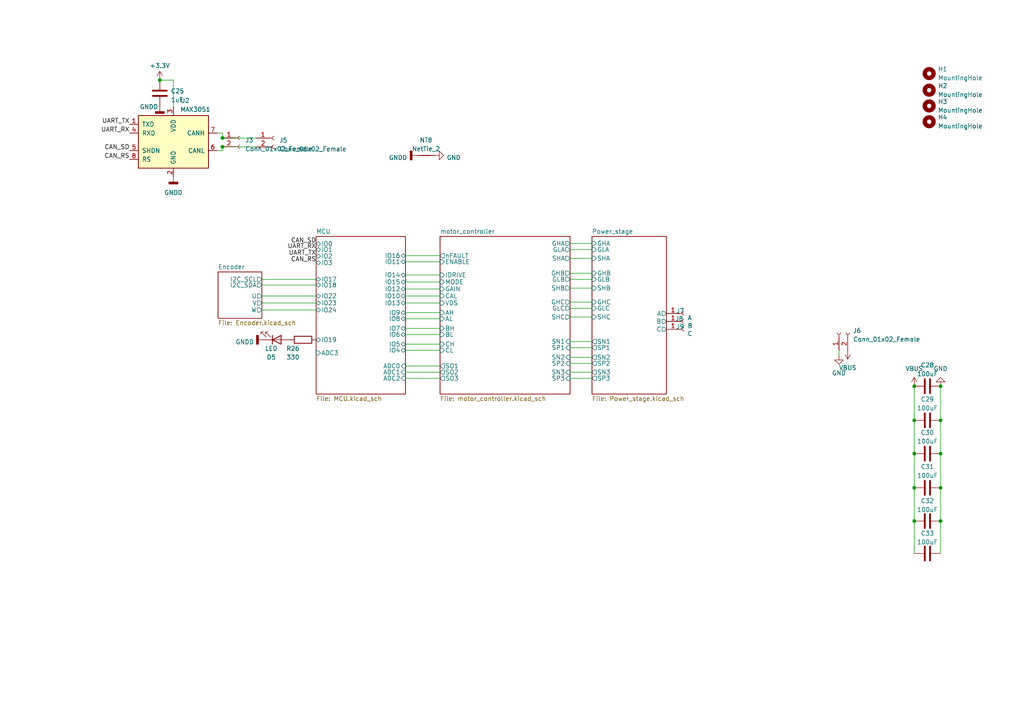
<source format=kicad_sch>
(kicad_sch (version 20230121) (generator eeschema)
  (paper "A4")
  (lib_symbols
    (symbol "Connector:Conn_01x01_Female" (pin_names (offset 1.016) hide)
      (property "Reference" "J" (at 0 2.54 0))
      (property "Value" "Conn_01x01_Female" (at 0 -2.54 0))
      (symbol "Conn_01x01_Female_1_1"
        (polyline (pts (xy -1.27 0) (xy -0.508 0)) (stroke (width 0.1524)))
        (arc (start 0 0.508) (mid -0.5058 0) (end 0 -0.508) (stroke (width 0.1524)))
        (pin passive line (at -5.08 0 0) (length 3.81) (name "Pin_1") (number "1"))
      )
    )
    (symbol "Connector:Conn_01x02_Female" (pin_names (offset 1.016) hide)
      (property "Reference" "J" (at 0 2.54 0))
      (property "Value" "Conn_01x02_Female" (at 0 -5.08 0))
      (symbol "Conn_01x02_Female_1_1"
        (arc (start 0 -2.032) (mid -0.5058 -2.54) (end 0 -3.048) (stroke (width 0.1524)))
        (polyline (pts (xy -1.27 -2.54) (xy -0.508 -2.54)) (stroke (width 0.1524)))
        (polyline (pts (xy -1.27 0) (xy -0.508 0)) (stroke (width 0.1524)))
        (arc (start 0 0.508) (mid -0.5058 0) (end 0 -0.508) (stroke (width 0.1524)))
        (pin passive line (at -5.08 0 0) (length 3.81) (name "Pin_1") (number "1"))
        (pin passive line (at -5.08 -2.54 0) (length 3.81) (name "Pin_2") (number "2"))
      )
    )
    (symbol "Device:C" (pin_numbers hide) (pin_names (offset 0.254))
      (property "Reference" "C" (at 0.635 2.54 0))
      (property "Value" "C" (at 0.635 -2.54 0))
      (symbol "C_0_1"
        (polyline (pts (xy -2.032 -0.762) (xy 2.032 -0.762)) (stroke (width 0.508)))
        (polyline (pts (xy -2.032 0.762) (xy 2.032 0.762)) (stroke (width 0.508)))
      )
      (symbol "C_1_1"
        (pin passive line (at 0 3.81 270) (length 2.794) (name "~") (number "1"))
        (pin passive line (at 0 -3.81 90) (length 2.794) (name "~") (number "2"))
      )
    )
    (symbol "Device:LED" (pin_numbers hide) (pin_names (offset 1.016) hide)
      (property "Reference" "D" (at 0 2.54 0))
      (property "Value" "LED" (at 0 -2.54 0))
      (symbol "LED_0_1"
        (polyline (pts (xy -1.27 -1.27) (xy -1.27 1.27)) (stroke (width 0.254)))
        (polyline (pts (xy -1.27 0) (xy 1.27 0)))
        (polyline (pts (xy 1.27 -1.27) (xy 1.27 1.27) (xy -1.27 0) (xy 1.27 -1.27)) (stroke (width 0.254)))
        (polyline (pts (xy -3.048 -0.762) (xy -4.572 -2.286) (xy -3.81 -2.286) (xy -4.572 -2.286) (xy -4.572 -1.524)))
        (polyline (pts (xy -1.778 -0.762) (xy -3.302 -2.286) (xy -2.54 -2.286) (xy -3.302 -2.286) (xy -3.302 -1.524)))
      )
      (symbol "LED_1_1"
        (pin passive line (at -3.81 0 0) (length 2.54) (name "K") (number "1"))
        (pin passive line (at 3.81 0 180) (length 2.54) (name "A") (number "2"))
      )
    )
    (symbol "Device:NetTie_2" (pin_numbers hide) (pin_names (offset 0) hide) (in_bom no)
      (property "Reference" "NT" (at 0 1.27 0))
      (property "Value" "NetTie_2" (at 0 -1.27 0))
      (symbol "NetTie_2_0_1"
        (polyline (pts (xy -1.27 0) (xy 1.27 0)) (stroke (width 0.254)))
      )
      (symbol "NetTie_2_1_1"
        (pin passive line (at -2.54 0 0) (length 2.54) (name "1") (number "1"))
        (pin passive line (at 2.54 0 180) (length 2.54) (name "2") (number "2"))
      )
    )
    (symbol "Device:R" (pin_numbers hide) (pin_names (offset 0))
      (property "Reference" "R" (at 2.032 0 90))
      (property "Value" "R" (at 0 0 90))
      (symbol "R_0_1"
        (rectangle (start -1.016 -2.54) (end 1.016 2.54) (stroke (width 0.254)))
      )
      (symbol "R_1_1"
        (pin passive line (at 0 3.81 270) (length 1.27) (name "~") (number "1"))
        (pin passive line (at 0 -3.81 90) (length 1.27) (name "~") (number "2"))
      )
    )
    (symbol "GND_1" (power) (pin_names (offset 0))
      (property "Value" "GND_1" (at 0 -3.81 0))
      (symbol "GND_1_0_1"
        (polyline (pts (xy 0 0) (xy 0 -1.27) (xy 1.27 -1.27) (xy 0 -2.54) (xy -1.27 -1.27) (xy 0 -1.27)))
      )
      (symbol "GND_1_1_1"
        (pin power_in line (at 0 0 270) (length 0) hide (name "GND") (number "1"))
      )
    )
    (symbol "Interface_UART:MAX3051" (pin_names (offset 1.016))
      (property "Reference" "U" (at -10.16 8.89 0))
      (property "Value" "MAX3051" (at 2.54 8.89 0))
      (symbol "MAX3051_0_1"
        (rectangle (start -10.16 7.62) (end 10.16 -7.62) (stroke (width 0.254)) (fill (type background)))
      )
      (symbol "MAX3051_1_1"
        (pin input line (at -12.7 5.08 0) (length 2.54) (name "TXD") (number "1"))
        (pin power_in line (at 0 -10.16 90) (length 2.54) (name "GND") (number "2"))
        (pin power_in line (at 0 10.16 270) (length 2.54) (name "VDD") (number "3"))
        (pin output line (at -12.7 2.54 0) (length 2.54) (name "RXD") (number "4"))
        (pin input line (at -12.7 -2.54 0) (length 2.54) (name "SHDN") (number "5"))
        (pin bidirectional line (at 12.7 -2.54 180) (length 2.54) (name "CANL") (number "6"))
        (pin bidirectional line (at 12.7 2.54 180) (length 2.54) (name "CANH") (number "7"))
        (pin input line (at -12.7 -5.08 0) (length 2.54) (name "RS") (number "8"))
      )
    )
    (symbol "Mechanical:MountingHole" (pin_names (offset 1.016))
      (property "Reference" "H" (at 0 5.08 0))
      (property "Value" "MountingHole" (at 0 3.175 0))
      (symbol "MountingHole_0_1"
        (circle (center 0 0) (radius 1.27) (stroke (width 1.27)))
      )
    )
    (symbol "power:+3.3V" (power) (pin_names (offset 0))
      (property "Value" "+3.3V" (at 0 3.556 0))
      (symbol "+3.3V_0_1"
        (polyline (pts (xy -0.762 1.27) (xy 0 2.54)))
        (polyline (pts (xy 0 0) (xy 0 2.54)))
        (polyline (pts (xy 0 2.54) (xy 0.762 1.27)))
      )
      (symbol "+3.3V_1_1"
        (pin power_in line (at 0 0 90) (length 0) hide (name "+3.3V") (number "1"))
      )
    )
    (symbol "power:GND" (power) (pin_names (offset 0))
      (property "Value" "GND" (at 0 -3.81 0))
      (symbol "GND_0_1"
        (polyline (pts (xy 0 0) (xy 0 -1.27) (xy 1.27 -1.27) (xy 0 -2.54) (xy -1.27 -1.27) (xy 0 -1.27)))
      )
      (symbol "GND_1_1"
        (pin power_in line (at 0 0 270) (length 0) hide (name "GND") (number "1"))
      )
    )
    (symbol "power:GNDD" (power) (pin_names (offset 0))
      (property "Value" "GNDD" (at 0 -3.175 0))
      (symbol "GNDD_0_1"
        (rectangle (start -1.27 -1.524) (end 1.27 -2.032) (stroke (width 0.254)) (fill (type outline)))
        (polyline (pts (xy 0 0) (xy 0 -1.524)))
      )
      (symbol "GNDD_1_1"
        (pin power_in line (at 0 0 270) (length 0) hide (name "GNDD") (number "1"))
      )
    )
    (symbol "power:VBUS" (power) (pin_names (offset 0))
      (property "Value" "VBUS" (at 0 3.81 0))
      (symbol "VBUS_0_1"
        (polyline (pts (xy -0.762 1.27) (xy 0 2.54)))
        (polyline (pts (xy 0 0) (xy 0 2.54)))
        (polyline (pts (xy 0 2.54) (xy 0.762 1.27)))
      )
      (symbol "VBUS_1_1"
        (pin power_in line (at 0 0 90) (length 0) hide (name "VBUS") (number "1"))
      )
    )
  )
  (junction (at 272.796 151.13))
  (junction (at 265.176 112.014))
  (junction (at 272.796 112.014))
  (junction (at 64.516 40.005))
  (junction (at 265.176 131.572))
  (junction (at 46.355 23.241))
  (junction (at 265.176 121.92))
  (junction (at 272.796 121.92))
  (junction (at 272.796 141.478))
  (junction (at 64.516 42.5958))
  (junction (at 265.176 151.13))
  (junction (at 272.796 131.572))
  (junction (at 265.176 141.478))
  (wire (pts (xy 165.354 72.39) (xy 171.704 72.39)))
  (wire (pts (xy 165.354 74.93) (xy 171.704 74.93)))
  (wire (pts (xy 243.332 101.6) (xy 243.332 103.124)))
  (wire (pts (xy 165.354 103.632) (xy 171.704 103.632)))
  (wire (pts (xy 272.796 141.478) (xy 272.796 151.13)))
  (wire (pts (xy 265.176 131.572) (xy 265.176 141.478)))
  (wire (pts (xy 165.354 109.728) (xy 171.704 109.728)))
  (wire (pts (xy 272.796 131.572) (xy 272.796 141.478)))
  (wire (pts (xy 75.946 89.916) (xy 91.694 89.916)))
  (wire (pts (xy 165.354 107.95) (xy 171.704 107.95)))
  (wire (pts (xy 165.354 89.408) (xy 171.704 89.408)))
  (wire (pts (xy 265.176 151.13) (xy 265.176 160.528)))
  (wire (pts (xy 64.516 38.608) (xy 64.516 40.005)))
  (wire (pts (xy 117.602 83.82) (xy 127.635 83.82)))
  (wire (pts (xy 64.516 42.5958) (xy 74.3966 42.5958)))
  (wire (pts (xy 117.602 97.028) (xy 127.635 97.028)))
  (wire (pts (xy 165.354 79.248) (xy 171.704 79.248)))
  (wire (pts (xy 117.602 99.822) (xy 127.635 99.822)))
  (wire (pts (xy 117.602 87.884) (xy 127.635 87.884)))
  (wire (pts (xy 74.3966 40.0558) (xy 64.516 40.0558)))
  (wire (pts (xy 165.354 83.566) (xy 171.704 83.566)))
  (wire (pts (xy 117.602 92.456) (xy 127.635 92.456)))
  (wire (pts (xy 165.354 91.948) (xy 171.704 91.948)))
  (wire (pts (xy 117.602 74.168) (xy 127.635 74.168)))
  (wire (pts (xy 64.516 40.005) (xy 64.516 40.0558)))
  (wire (pts (xy 272.796 112.014) (xy 272.796 121.92)))
  (wire (pts (xy 64.516 42.5958) (xy 64.516 43.688)))
  (wire (pts (xy 75.946 82.677) (xy 91.694 82.677)))
  (wire (pts (xy 165.354 100.838) (xy 171.704 100.838)))
  (wire (pts (xy 117.602 101.6) (xy 127.635 101.6)))
  (wire (pts (xy 117.602 90.678) (xy 127.635 90.678)))
  (wire (pts (xy 265.176 121.92) (xy 265.176 131.572)))
  (wire (pts (xy 117.602 109.728) (xy 127.635 109.728)))
  (wire (pts (xy 62.992 38.608) (xy 64.516 38.608)))
  (wire (pts (xy 165.354 81.026) (xy 171.704 81.026)))
  (wire (pts (xy 117.602 85.852) (xy 127.635 85.852)))
  (wire (pts (xy 272.796 121.92) (xy 272.796 131.572)))
  (wire (pts (xy 165.354 99.06) (xy 171.704 99.06)))
  (wire (pts (xy 165.354 105.41) (xy 171.704 105.41)))
  (wire (pts (xy 117.602 79.756) (xy 127.635 79.756)))
  (wire (pts (xy 75.946 85.852) (xy 91.694 85.852)))
  (wire (pts (xy 165.354 70.612) (xy 171.704 70.612)))
  (wire (pts (xy 265.176 141.478) (xy 265.176 151.13)))
  (wire (pts (xy 117.602 75.946) (xy 127.635 75.946)))
  (wire (pts (xy 117.602 81.788) (xy 127.635 81.788)))
  (wire (pts (xy 75.946 81.026) (xy 91.694 81.026)))
  (wire (pts (xy 75.946 87.884) (xy 91.694 87.884)))
  (wire (pts (xy 165.354 87.63) (xy 171.704 87.63)))
  (wire (pts (xy 64.516 42.545) (xy 64.516 42.5958)))
  (wire (pts (xy 50.292 23.241) (xy 50.292 30.988)))
  (wire (pts (xy 46.355 23.241) (xy 50.292 23.241)))
  (wire (pts (xy 117.602 95.25) (xy 127.635 95.25)))
  (wire (pts (xy 272.796 151.13) (xy 272.796 160.528)))
  (wire (pts (xy 265.176 112.014) (xy 265.176 121.92)))
  (wire (pts (xy 62.992 43.688) (xy 64.516 43.688)))
  (wire (pts (xy 117.602 107.95) (xy 127.635 107.95)))
  (wire (pts (xy 117.602 106.172) (xy 127.635 106.172)))
  (label "UART_RX" (at 91.694 72.39 180))
  (label "UART_RX" (at 37.592 38.608 180))
  (label "CAN_SD" (at 91.694 70.739 180))
  (label "UART_TX" (at 37.592 36.068 180))
  (label "CAN_RS" (at 91.694 76.2 180))
  (label "CAN_RS" (at 37.592 46.228 180))
  (label "CAN_SD" (at 37.592 43.688 180))
  (label "UART_TX" (at 91.694 74.295 180))
  (symbol (lib_id "Mechanical:MountingHole") (at 269.494 26.162 0) (unit 1) (in_bom no)
    (property "Reference" "H2" (at 272.034 24.8919 0) (effects (justify left)))
    (property "Value" "MountingHole" (at 272.034 27.4319 0) (effects (justify left)))
    (property "Footprint" "MountingHole:MountingHole_3.2mm_M3" (effects hide))
  )
  (symbol (lib_id "power:VBUS") (at 245.872 101.6 180) (unit 1)
    (property "Reference" "#PWR0101" (effects hide))
    (property "Value" "VBUS" (at 245.872 106.68 0))
  )
  (symbol (lib_id "Connector:Conn_01x01_Female") (at 198.374 90.932 0) (unit 1) (in_bom no)
    (property "Reference" "J7" (at 196.088 90.17 0) (effects (justify left)))
    (property "Value" "A" (at 199.39 92.2019 0) (effects (justify left)))
    (property "Footprint" "Connector_Wire:SolderWirePad_1x01_SMD_5x10mm" (effects hide))
  )
  (symbol (lib_id "Connector:Conn_01x02_Female") (at 79.4766 40.0558 0) (unit 1)
    (property "Reference" "J5" (at 81.0006 40.6908 0) (effects (justify left)))
    (property "Value" "Conn_01x02_Female" (at 81.0006 43.2308 0) (effects (justify left)))
    (property "Footprint" "Connector_Molex:Molex_CLIK-Mate_502443-0270_1x02-1MP_P2.00mm_Vertical" (effects hide))
  )
  (symbol (lib_id "Device:C") (at 268.986 112.014 90) (unit 1)
    (property "Reference" "C28" (at 268.986 105.918 90))
    (property "Value" "100uF" (at 268.986 108.458 90))
    (property "Footprint" "Capacitor_SMD:C_1206_3216Metric" (effects hide))
  )
  (symbol (lib_id "Device:LED") (at 80.264 98.552 0) (mirror x) (unit 1)
    (property "Reference" "D5" (at 78.6765 103.632 0))
    (property "Value" "LED" (at 78.6765 101.092 0))
    (property "Footprint" "LED_SMD:LED_0603_1608Metric" (effects hide))
  )
  (symbol (lib_id "Device:C") (at 268.986 131.572 90) (unit 1)
    (property "Reference" "C30" (at 268.986 125.476 90))
    (property "Value" "100uF" (at 268.986 128.016 90))
    (property "Footprint" "Capacitor_SMD:C_1206_3216Metric" (effects hide))
  )
  (symbol (lib_id "power:GNDD") (at 50.292 51.308 0) (unit 1)
    (property "Reference" "#PWR030" (effects hide))
    (property "Value" "GNDD" (at 50.292 55.88 0))
  )
  (symbol (lib_id "power:GND") (at 272.796 112.014 180) (unit 1)
    (property "Reference" "#PWR077" (effects hide))
    (property "Value" "GND" (at 272.796 106.934 0))
  )
  (symbol (lib_id "Mechanical:MountingHole") (at 269.494 30.734 0) (unit 1) (in_bom no)
    (property "Reference" "H3" (at 272.034 29.4639 0) (effects (justify left)))
    (property "Value" "MountingHole" (at 272.034 32.0039 0) (effects (justify left)))
    (property "Footprint" "MountingHole:MountingHole_3.2mm_M3" (effects hide))
  )
  (symbol (lib_id "Interface_UART:MAX3051") (at 50.292 41.148 0) (unit 1)
    (property "Reference" "U2" (at 52.2479 29.21 0) (effects (justify left)))
    (property "Value" "MAX3051" (at 52.2479 31.75 0) (effects (justify left)))
    (property "Footprint" "Package_SO:SOIC-8_3.9x4.9mm_P1.27mm" (effects hide))
    (property "Datasheet" "http://datasheets.maximintegrated.com/en/ds/MAX3051.pdf" (effects hide))
  )
  (symbol (lib_name "GND_1") (lib_id "power:GND") (at 126.111 45.085 90) (unit 1)
    (property "Reference" "#PWR015" (effects hide))
    (property "Value" "GND" (at 129.54 45.72 90) (effects (justify right)))
  )
  (symbol (lib_id "power:GNDD") (at 121.031 45.085 270) (unit 1)
    (property "Reference" "#PWR012" (effects hide))
    (property "Value" "GNDD" (at 118.11 45.72 90) (effects (justify right)))
  )
  (symbol (lib_id "Device:C") (at 268.986 151.13 90) (unit 1)
    (property "Reference" "C32" (at 268.986 145.288 90))
    (property "Value" "100uF" (at 268.986 147.828 90))
    (property "Footprint" "Capacitor_SMD:C_1206_3216Metric" (effects hide))
  )
  (symbol (lib_id "Device:R") (at 87.884 98.552 90) (unit 1)
    (property "Reference" "R26" (at 84.963 101.092 90))
    (property "Value" "330" (at 84.963 103.632 90))
    (property "Footprint" "Resistor_SMD:R_0402_1005Metric" (effects hide))
  )
  (symbol (lib_id "Device:C") (at 268.986 121.92 90) (unit 1)
    (property "Reference" "C29" (at 268.986 115.824 90))
    (property "Value" "100uF" (at 268.986 118.364 90))
    (property "Footprint" "Capacitor_SMD:C_1206_3216Metric" (effects hide))
  )
  (symbol (lib_id "Device:NetTie_2") (at 123.571 45.085 0) (unit 1) (in_bom no)
    (property "Reference" "NT8" (at 123.571 40.64 0))
    (property "Value" "NetTie_2" (at 123.571 43.18 0))
    (property "Footprint" "NetTie:NetTie-2_SMD_Pad2.0mm" (effects hide))
  )
  (symbol (lib_id "Connector:Conn_01x02_Female") (at 69.596 40.005 0) (unit 1)
    (property "Reference" "J3" (at 71.12 40.64 0) (effects (justify left)))
    (property "Value" "Conn_01x02_Female" (at 71.12 43.18 0) (effects (justify left)))
    (property "Footprint" "Connector_Molex:Molex_CLIK-Mate_502443-0270_1x02-1MP_P2.00mm_Vertical" (effects hide))
  )
  (symbol (lib_id "Connector:Conn_01x01_Female") (at 198.374 95.504 0) (unit 1) (in_bom no)
    (property "Reference" "J9" (at 196.088 94.742 0) (effects (justify left)))
    (property "Value" "C" (at 199.39 96.7739 0) (effects (justify left)))
    (property "Footprint" "Connector_Wire:SolderWirePad_1x01_SMD_5x10mm" (effects hide))
  )
  (symbol (lib_id "power:GNDD") (at 46.355 30.861 0) (unit 1)
    (property "Reference" "#PWR032" (effects hide))
    (property "Value" "GNDD" (at 43.18 30.988 0))
  )
  (symbol (lib_id "Connector:Conn_01x02_Female") (at 243.332 96.52 90) (unit 1)
    (property "Reference" "J6" (at 247.396 95.8849 90) (effects (justify right)))
    (property "Value" "Conn_01x02_Female" (at 247.396 98.4249 90) (effects (justify right)))
    (property "Footprint" "Connector_AMASS:AMASS_XT30U-F_1x02_P5.0mm_Vertical" (effects hide))
  )
  (symbol (lib_id "Mechanical:MountingHole") (at 269.494 21.336 0) (unit 1) (in_bom no)
    (property "Reference" "H1" (at 272.034 20.0659 0) (effects (justify left)))
    (property "Value" "MountingHole" (at 272.034 22.6059 0) (effects (justify left)))
    (property "Footprint" "MountingHole:MountingHole_3.2mm_M3" (effects hide))
  )
  (symbol (lib_id "Device:C") (at 268.986 160.528 90) (unit 1)
    (property "Reference" "C33" (at 268.986 154.686 90))
    (property "Value" "100uF" (at 268.986 157.226 90))
    (property "Footprint" "Capacitor_SMD:C_1206_3216Metric" (effects hide))
  )
  (symbol (lib_id "power:+3.3V") (at 46.355 23.241 0) (unit 1)
    (property "Reference" "#PWR038" (effects hide))
    (property "Value" "+3.3V" (at 46.355 19.05 0))
  )
  (symbol (lib_id "Device:C") (at 268.986 141.478 90) (unit 1)
    (property "Reference" "C31" (at 268.986 135.382 90))
    (property "Value" "100uF" (at 268.986 137.922 90))
    (property "Footprint" "Capacitor_SMD:C_1206_3216Metric" (effects hide))
  )
  (symbol (lib_id "Mechanical:MountingHole") (at 269.494 35.306 0) (unit 1) (in_bom no)
    (property "Reference" "H4" (at 272.034 34.0359 0) (effects (justify left)))
    (property "Value" "MountingHole" (at 272.034 36.5759 0) (effects (justify left)))
    (property "Footprint" "MountingHole:MountingHole_3.2mm_M3" (effects hide))
  )
  (symbol (lib_id "Connector:Conn_01x01_Female") (at 198.374 93.218 0) (unit 1) (in_bom no)
    (property "Reference" "J8" (at 195.834 92.456 0) (effects (justify left)))
    (property "Value" "B" (at 199.39 94.4879 0) (effects (justify left)))
    (property "Footprint" "Connector_Wire:SolderWirePad_1x01_SMD_5x10mm" (effects hide))
  )
  (symbol (lib_id "power:GNDD") (at 76.454 98.552 270) (unit 1)
    (property "Reference" "#PWR025" (effects hide))
    (property "Value" "GNDD" (at 73.66 99.187 90) (effects (justify right)))
  )
  (symbol (lib_id "power:VBUS") (at 265.176 112.014 0) (unit 1)
    (property "Reference" "#PWR079" (effects hide))
    (property "Value" "VBUS" (at 265.176 106.934 0))
  )
  (symbol (lib_id "power:GND") (at 243.332 103.124 0) (unit 1)
    (property "Reference" "#PWR0102" (effects hide))
    (property "Value" "GND" (at 243.332 108.204 0))
  )
  (symbol (lib_id "Device:C") (at 46.355 27.051 0) (unit 1)
    (property "Reference" "C25" (at 49.53 26.416 0) (effects (justify left)))
    (property "Value" "1uF" (at 49.53 28.956 0) (effects (justify left)))
    (property "Footprint" "Capacitor_SMD:C_0402_1005Metric" (effects hide))
  )
  (sheet (at 91.694 68.58) (size 25.908 45.72) (stroke (width 0.1524))
    (property "Sheetname" "MCU" (at 91.694 67.8684 0) (effects (justify left bottom)))
    (property "Sheetfile" "MCU.kicad_sch" (at 91.694 114.8846 0) (effects (justify left top)))
    (pin "IO14" bidirectional (at 117.602 79.756 0))
    (pin "IO12" bidirectional (at 117.602 83.82 0))
    (pin "IO13" bidirectional (at 117.602 87.884 0))
    (pin "IO15" bidirectional (at 117.602 81.788 0))
    (pin "IO22" bidirectional (at 91.694 85.852 180))
    (pin "IO23" bidirectional (at 91.694 87.884 180))
    (pin "IO11" bidirectional (at 117.602 75.946 0))
    (pin "IO8" bidirectional (at 117.602 92.456 0))
    (pin "IO9" bidirectional (at 117.602 90.678 0))
    (pin "IO10" bidirectional (at 117.602 85.852 0))
    (pin "ADC2" input (at 117.602 109.728 0))
    (pin "ADC3" input (at 91.694 102.362 180))
    (pin "IO6" bidirectional (at 117.602 97.028 0))
    (pin "IO4" bidirectional (at 117.602 101.6 0))
    (pin "IO7" bidirectional (at 117.602 95.25 0))
    (pin "IO3" bidirectional (at 91.694 76.2 180))
    (pin "IO1" bidirectional (at 91.694 72.39 180))
    (pin "IO2" bidirectional (at 91.694 74.295 180))
    (pin "IO0" bidirectional (at 91.694 70.739 180))
    (pin "IO16" bidirectional (at 117.602 74.168 0))
    (pin "IO17" bidirectional (at 91.694 81.026 180))
    (pin "ADC1" input (at 117.602 107.95 0))
    (pin "IO18" bidirectional (at 91.694 82.677 180))
    (pin "IO19" bidirectional (at 91.694 98.552 180))
    (pin "IO24" bidirectional (at 91.694 89.916 180))
    (pin "ADC0" input (at 117.602 106.172 0))
    (pin "IO5" bidirectional (at 117.602 99.822 0))
  )
  (sheet (at 63.246 78.867) (size 12.7 13.462) (stroke (width 0.1524))
    (property "Sheetname" "Encoder" (at 63.246 78.1554 0) (effects (justify left bottom)))
    (property "Sheetfile" "Encoder.kicad_sch" (at 63.246 92.9136 0) (effects (justify left top)))
    (pin "I2C_SCL" output (at 75.946 81.026 0))
    (pin "I2C_SDA" output (at 75.946 82.677 0))
    (pin "U" output (at 75.946 85.852 0))
    (pin "V" output (at 75.946 87.884 0))
    (pin "W" output (at 75.946 89.916 0))
  )
  (sheet (at 127.635 68.58) (size 37.719 45.72) (stroke (width 0.1524))
    (property "Sheetname" "motor_controller" (at 127.635 67.8684 0) (effects (justify left bottom)))
    (property "Sheetfile" "motor_controller.kicad_sch" (at 127.635 114.8846 0) (effects (justify left top)))
    (pin "nFAULT" output (at 127.635 74.168 180))
    (pin "SO2" output (at 127.635 107.95 180))
    (pin "SO1" output (at 127.635 106.172 180))
    (pin "AH" input (at 127.635 90.678 180))
    (pin "AL" input (at 127.635 92.456 180))
    (pin "BH" input (at 127.635 95.25 180))
    (pin "BL" input (at 127.635 97.028 180))
    (pin "CH" input (at 127.635 99.822 180))
    (pin "CL" input (at 127.635 101.6 180))
    (pin "ENABLE" input (at 127.635 75.946 180))
    (pin "SO3" output (at 127.635 109.728 180))
    (pin "SHB" output (at 165.354 83.566 0))
    (pin "SN3" input (at 165.354 107.95 0))
    (pin "GHB" output (at 165.354 79.248 0))
    (pin "GHC" output (at 165.354 87.63 0))
    (pin "GLC" output (at 165.354 89.408 0))
    (pin "SHC" output (at 165.354 91.948 0))
    (pin "SP3" input (at 165.354 109.728 0))
    (pin "GHA" output (at 165.354 70.612 0))
    (pin "SHA" output (at 165.354 74.93 0))
    (pin "GLA" output (at 165.354 72.39 0))
    (pin "SN1" input (at 165.354 99.06 0))
    (pin "SP1" input (at 165.354 100.838 0))
    (pin "SN2" input (at 165.354 103.632 0))
    (pin "SP2" input (at 165.354 105.41 0))
    (pin "GLB" output (at 165.354 81.026 0))
    (pin "IDRIVE" input (at 127.635 79.756 180))
    (pin "MODE" input (at 127.635 81.788 180))
    (pin "GAIN" input (at 127.635 83.82 180))
    (pin "CAL" input (at 127.635 85.852 180))
    (pin "VDS" input (at 127.635 87.884 180))
  )
  (sheet (at 171.704 68.58) (size 21.59 45.72) (stroke (width 0.1524))
    (property "Sheetname" "Power_stage" (at 171.704 67.8684 0) (effects (justify left bottom)))
    (property "Sheetfile" "Power_stage.kicad_sch" (at 171.704 114.8846 0) (effects (justify left top)))
    (pin "GHC" input (at 171.704 87.63 180))
    (pin "GLB" input (at 171.704 81.026 180))
    (pin "GLA" input (at 171.704 72.39 180))
    (pin "GHA" input (at 171.704 70.612 180))
    (pin "GHB" input (at 171.704 79.248 180))
    (pin "GLC" input (at 171.704 89.408 180))
    (pin "SP1" output (at 171.704 100.838 180))
    (pin "SN1" output (at 171.704 99.06 180))
    (pin "SHC" input (at 171.704 91.948 180))
    (pin "SHB" input (at 171.704 83.566 180))
    (pin "SHA" input (at 171.704 74.93 180))
    (pin "SN2" output (at 171.704 103.632 180))
    (pin "SP2" output (at 171.704 105.41 180))
    (pin "C" output (at 193.294 95.504 0))
    (pin "B" output (at 193.294 93.218 0))
    (pin "A" output (at 193.294 90.932 0))
    (pin "SN3" output (at 171.704 107.95 180))
    (pin "SP3" output (at 171.704 109.728 180))
  )
)
</source>
